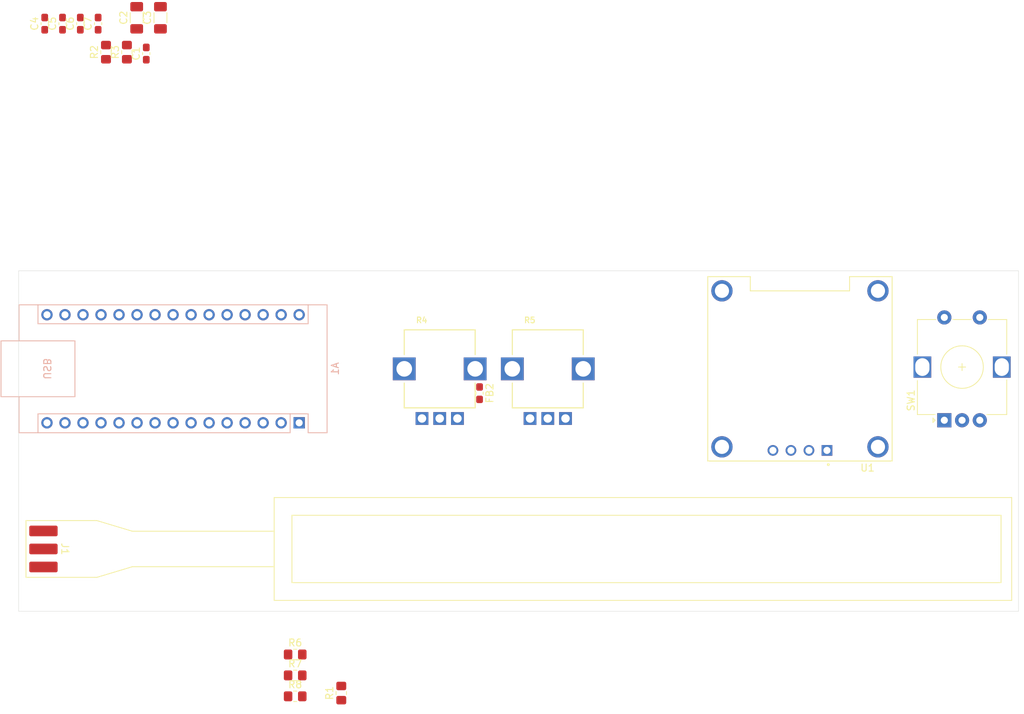
<source format=kicad_pcb>
(kicad_pcb (version 20241229) (generator "pcbnew") (generator_version "9.0")
  (layers (0 "F.Cu" signal) (2 "B.Cu" signal) (13 "F.Paste" user) (15 "B.Paste" user) (5 "F.SilkS" user "F.Silkscreen") (7 "B.SilkS" user "B.Silkscreen") (1 "F.Mask" user) (3 "B.Mask" user) (25 "Edge.Cuts" user))
  (net 0 "")
  (net 1 "/A1")
  (net 2 "/A6")
  (net 4 "/A5")
  (net 5 "GND")
  (net 6 "/11")
  (net 7 "+3.3V")
  (net 11 "/A2")
  (net 12 "/12")
  (net 13 "/7")
  (net 16 "/A3")
  (net 17 "/A0")
  (net 18 "/A4")
  (net 19 "/13")
  (net 20 "+5V")
  (net 21 "/A7")
  (net 22 "/6")
  (net 23 "/D4")
  (net 24 "/D9")
  (net 25 "/D3")
  (net 26 "/D5")
  (net 27 "/D10")
  (net 28 "/D8")
  (net 29 "AUDIO_OUT")
  (net 30 "Net-(U1-GND)")
  (net 31 "/CLK")
  (footprint "Resistor_SMD:R_0805_2012Metric_Pad1.20x1.40mm_HandSolder" (layer "F.Cu") (at 72.32 39.1625 90)
    (property "Reference" "R2" (at 0 -1.65 90) (layer "F.SilkS"))
    (property "Value" "499K")
    (fp_line (start -0.227064 -0.735) (end 0.227064 -0.735) (stroke (width 0.12)) (layer "F.SilkS"))
    (fp_line (start -0.227064 0.735) (end 0.227064 0.735) (stroke (width 0.12)) (layer "F.SilkS"))
    (pad "1" smd roundrect (at -1 0 90) (size 1.2 1.4) (layers "F.Cu" "F.Mask" "F.Paste") (roundrect_rratio 0.208333) (net 29 "AUDIO_OUT"))
    (pad "2" smd roundrect (at 1 0 90) (size 1.2 1.4) (layers "F.Cu" "F.Mask" "F.Paste") (roundrect_rratio 0.208333) (net 27 "/D10"))
  )
  (footprint "Resistor_SMD:R_0805_2012Metric_Pad1.20x1.40mm_HandSolder" (layer "F.Cu") (at 105.5 129.54 90)
    (property "Reference" "R1" (at 0 -1.65 90) (layer "F.SilkS"))
    (property "Value" "4.7k")
    (fp_line (start -0.227064 -0.735) (end 0.227064 -0.735) (stroke (width 0.12)) (layer "F.SilkS"))
    (fp_line (start -0.227064 0.735) (end 0.227064 0.735) (stroke (width 0.12)) (layer "F.SilkS"))
    (pad "1" smd roundrect (at -1 0 90) (size 1.2 1.4) (layers "F.Cu" "F.Mask" "F.Paste") (roundrect_rratio 0.208333) (net 1 "/A1"))
    (pad "2" smd roundrect (at 1 0 90) (size 1.2 1.4) (layers "F.Cu" "F.Mask" "F.Paste") (roundrect_rratio 0.208333) (net 26 "/D5"))
  )
  (footprint "FSLP:Pololu FSLP 100" (layer "F.Cu") (at 66.04 109.22 -90)
    (property "Reference" "J1" (at 0 -0.5 270) (layer "F.SilkS"))
    (property "Value" "FSLP")
    (fp_line (start -4 5) (end -4 -5) (stroke (width 0.12)) (layer "F.SilkS"))
    (fp_line (start 4 5) (end -4 5) (stroke (width 0.12)) (layer "F.SilkS"))
    (fp_line (start 4 5) (end 4 -5) (stroke (width 0.12)) (layer "F.SilkS"))
    (fp_line (start -4 -5) (end -2.5 -10) (stroke (width 0.12)) (layer "F.SilkS"))
    (fp_line (start 4 -5) (end 2.5 -10) (stroke (width 0.12)) (layer "F.SilkS"))
    (fp_line (start -2.5 -10) (end -2.5 -30) (stroke (width 0.12)) (layer "F.SilkS"))
    (fp_line (start -7.25 -30) (end -7.25 -134) (stroke (width 0.12)) (layer "F.SilkS"))
    (fp_line (start 2.5 -30) (end 2.5 -10) (stroke (width 0.12)) (layer "F.SilkS"))
    (fp_line (start 7.25 -30) (end -7.25 -30) (stroke (width 0.12)) (layer "F.SilkS"))
    (fp_line (start -4.75 -32.5) (end 4.75 -32.5) (stroke (width 0.12)) (layer "F.SilkS"))
    (fp_line (start -4.75 -32.5) (end -4.75 -132.5) (stroke (width 0.12)) (layer "F.SilkS"))
    (fp_line (start 4.75 -32.5) (end 4.75 -132.5) (stroke (width 0.12)) (layer "F.SilkS"))
    (fp_line (start 4.75 -132.5) (end -4.75 -132.5) (stroke (width 0.12)) (layer "F.SilkS"))
    (fp_line (start -7.25 -134) (end 7.25 -134) (stroke (width 0.12)) (layer "F.SilkS"))
    (fp_line (start 7.25 -134) (end 7.25 -30) (stroke (width 0.12)) (layer "F.SilkS"))
    (pad "1" smd roundrect (at 2.54 2.54 90) (size 1.5 4) (layers "F.Cu" "F.Mask" "F.Paste") (roundrect_rratio 0.15) (net 23 "/D4"))
    (pad "2" smd roundrect (at 0 2.54 90) (size 1.5 4) (layers "F.Cu" "F.Mask" "F.Paste") (roundrect_rratio 0.15) (net 1 "/A1"))
    (pad "3" smd roundrect (at -2.54 2.54 90) (size 1.5 4) (layers "F.Cu" "F.Mask" "F.Paste") (roundrect_rratio 0.15) (net 17 "/A0"))
  )
  (footprint "Capacitor_SMD:C_0603_1608Metric_Pad1.08x0.95mm_HandSolder" (layer "F.Cu") (at 66.19 35.1425 90)
    (property "Reference" "C5" (at 0 -1.43 90) (layer "F.SilkS"))
    (property "Value" "10n")
    (fp_line (start -0.146267 -0.51) (end 0.146267 -0.51) (stroke (width 0.12)) (layer "F.SilkS"))
    (fp_line (start -0.146267 0.51) (end 0.146267 0.51) (stroke (width 0.12)) (layer "F.SilkS"))
    (pad "1" smd roundrect (at -0.8625 0 90) (size 1.075 0.95) (layers "F.Cu" "F.Mask" "F.Paste") (net 7 "+3.3V"))
    (pad "2" smd roundrect (at 0.8625 0 90) (size 1.075 0.95) (layers "F.Cu" "F.Mask" "F.Paste") (net 5 "GND"))
  )
  (footprint "Capacitor_SMD:C_0603_1608Metric_Pad1.08x0.95mm_HandSolder" (layer "F.Cu") (at 68.7 35.1425 90)
    (property "Reference" "C6" (at 0 -1.43 90) (layer "F.SilkS"))
    (property "Value" "100n")
    (fp_line (start -0.146267 -0.51) (end 0.146267 -0.51) (stroke (width 0.12)) (layer "F.SilkS"))
    (fp_line (start -0.146267 0.51) (end 0.146267 0.51) (stroke (width 0.12)) (layer "F.SilkS"))
    (pad "1" smd roundrect (at -0.8625 0 90) (size 1.075 0.95) (layers "F.Cu" "F.Mask" "F.Paste") (net 20 "+5V"))
    (pad "2" smd roundrect (at 0.8625 0 90) (size 1.075 0.95) (layers "F.Cu" "F.Mask" "F.Paste") (net 5 "GND"))
  )
  (footprint "Rotary_Encoder:RotaryEncoder_Alps_EC12E-Switch_Vertical_H20mm" (layer "F.Cu") (at 190.54 91.07 90)
    (property "Reference" "SW1" (at 2.8 -4.7 90) (layer "F.SilkS"))
    (property "Value" "RECSW")
    (fp_line (start 14.2 -3.8) (end 14.2 -1.2) (stroke (width 0.12)) (layer "F.SilkS"))
    (fp_line (start 9.3 -3.8) (end 14.2 -3.8) (stroke (width 0.12)) (layer "F.SilkS"))
    (fp_line (start 5.6 -3.8) (end 0.8 -3.8) (stroke (width 0.12)) (layer "F.SilkS"))
    (fp_line (start 0.8 -3.8) (end 0.8 -1.3) (stroke (width 0.12)) (layer "F.SilkS"))
    (fp_line (start 0.3 -1.6) (end 0 -1.3) (stroke (width 0.12)) (layer "F.SilkS"))
    (fp_line (start -0.3 -1.6) (end 0.3 -1.6) (stroke (width 0.12)) (layer "F.SilkS"))
    (fp_line (start 0 -1.3) (end -0.3 -1.6) (stroke (width 0.12)) (layer "F.SilkS"))
    (fp_line (start 14.2 1.2) (end 14.2 3.8) (stroke (width 0.12)) (layer "F.SilkS"))
    (fp_line (start 7.5 2) (end 7.5 3) (stroke (width 0.12)) (layer "F.SilkS"))
    (fp_line (start 7 2.5) (end 8 2.5) (stroke (width 0.12)) (layer "F.SilkS"))
    (fp_line (start 14.2 6.2) (end 14.2 8.8) (stroke (width 0.12)) (layer "F.SilkS"))
    (fp_line (start 14.2 8.8) (end 9.3 8.8) (stroke (width 0.12)) (layer "F.SilkS"))
    (fp_line (start 5.7 8.8) (end 0.8 8.8) (stroke (width 0.12)) (layer "F.SilkS"))
    (fp_line (start 0.8 8.8) (end 0.8 6) (stroke (width 0.12)) (layer "F.SilkS"))
    (fp_circle (center 7.5 2.5) (end 10.5 2.5) (stroke (width 0.12)) (fill no) (layer "F.SilkS"))
    (pad "A" thru_hole rect (at 0 0 90) (size 2 2) (drill 1) (layers "*.Cu" "*.Mask") (net 31 "/CLK"))
    (pad "B" thru_hole circle (at 0 5 90) (size 2 2) (drill 1) (layers "*.Cu" "*.Mask") (net 25 "/D3"))
    (pad "C" thru_hole circle (at 0 2.5 90) (size 2 2) (drill 1) (layers "*.Cu" "*.Mask") (net 5 "GND"))
    (pad "MP" thru_hole rect (at 7.5 -3.1 90) (size 3 2.5) (drill oval 2.5 2) (layers "*.Cu" "*.Mask"))
    (pad "MP" thru_hole rect (at 7.5 8.1 90) (size 3 2.5) (drill oval 2.5 2) (layers "*.Cu" "*.Mask"))
    (pad "S1" thru_hole circle (at 14.5 0 90) (size 2 2) (drill 1) (layers "*.Cu" "*.Mask") (net 28 "/D8"))
    (pad "S2" thru_hole circle (at 14.5 5 90) (size 2 2) (drill 1) (layers "*.Cu" "*.Mask") (net 5 "GND"))
  )
  (footprint "Capacitor_SMD:C_1206_3216Metric_Pad1.33x1.80mm_HandSolder" (layer "F.Cu") (at 80 34.3125 90)
    (property "Reference" "C3" (at 0 -1.85 90) (layer "F.SilkS"))
    (property "Value" "100u")
    (fp_line (start -0.711252 -0.91) (end 0.711252 -0.91) (stroke (width 0.12)) (layer "F.SilkS"))
    (fp_line (start -0.711252 0.91) (end 0.711252 0.91) (stroke (width 0.12)) (layer "F.SilkS"))
    (pad "1" smd roundrect (at -1.5625 0 90) (size 1.325 1.8) (layers "F.Cu" "F.Mask" "F.Paste") (roundrect_rratio 0.188679) (net 20 "+5V"))
    (pad "2" smd roundrect (at 1.5625 0 90) (size 1.325 1.8) (layers "F.Cu" "F.Mask" "F.Paste") (roundrect_rratio 0.188679) (net 5 "GND"))
  )
  (footprint "Capacitor_SMD:C_0603_1608Metric_Pad1.08x0.95mm_HandSolder" (layer "F.Cu") (at 63.68 35.1425 90)
    (property "Reference" "C4" (at 0 -1.43 90) (layer "F.SilkS"))
    (property "Value" "100n")
    (fp_line (start -0.146267 -0.51) (end 0.146267 -0.51) (stroke (width 0.12)) (layer "F.SilkS"))
    (fp_line (start -0.146267 0.51) (end 0.146267 0.51) (stroke (width 0.12)) (layer "F.SilkS"))
    (pad "1" smd roundrect (at -0.8625 0 90) (size 1.075 0.95) (layers "F.Cu" "F.Mask" "F.Paste") (net 7 "+3.3V"))
    (pad "2" smd roundrect (at 0.8625 0 90) (size 1.075 0.95) (layers "F.Cu" "F.Mask" "F.Paste") (net 5 "GND"))
  )
  (footprint "Resistor_SMD:R_0805_2012Metric_Pad1.20x1.40mm_HandSolder" (layer "F.Cu") (at 99 124.1)
    (property "Reference" "R6" (at 0 -1.65 0) (layer "F.SilkS"))
    (property "Value" "10k")
    (fp_line (start -0.227064 -0.735) (end 0.227064 -0.735) (stroke (width 0.12)) (layer "F.SilkS"))
    (fp_line (start -0.227064 0.735) (end 0.227064 0.735) (stroke (width 0.12)) (layer "F.SilkS"))
    (pad "1" smd roundrect (at -1 0) (size 1.2 1.4) (layers "F.Cu" "F.Mask" "F.Paste") (roundrect_rratio 0.208333) (net 31 "/CLK"))
    (pad "2" smd roundrect (at 1 0) (size 1.2 1.4) (layers "F.Cu" "F.Mask" "F.Paste") (roundrect_rratio 0.208333) (net 20 "+5V"))
  )
  (footprint "PTV09A:PTV09A-4025F-B103" (layer "F.Cu") (at 134.62 83.82)
    (property "Reference" "R5" (at -2.54 -6.858 0) (layer "F.SilkS") (effects (font (size 0.8 0.8))))
    (property "Value" "VibratoFrequency")
    (fp_line (start -5 -5.5) (end -5 -2) (stroke (width 0.1524)) (layer "F.SilkS"))
    (fp_line (start -5 -5.5) (end 5 -5.5) (stroke (width 0.1524)) (layer "F.SilkS"))
    (fp_line (start -5 2) (end -5 5.5) (stroke (width 0.1524)) (layer "F.SilkS"))
    (fp_line (start -5 5.5) (end 5 5.5) (stroke (width 0.1524)) (layer "F.SilkS"))
    (fp_line (start 5 -5.5) (end 5 -2) (stroke (width 0.1524)) (layer "F.SilkS"))
    (fp_line (start 5 5.5) (end 5 2) (stroke (width 0.1524)) (layer "F.SilkS"))
    (pad "1" thru_hole rect (at -2.5 7) (size 1.8 1.8) (drill 1.2) (layers "*.Cu" "*.Mask") (net 5 "GND"))
    (pad "2" thru_hole rect (at 0 7) (size 1.8 1.8) (drill 1.2) (layers "*.Cu" "*.Mask") (net 16 "/A3"))
    (pad "3" thru_hole rect (at 2.5 7) (size 1.8 1.8) (drill 1.2) (layers "*.Cu" "*.Mask") (net 20 "+5V"))
    (pad "S1" thru_hole rect (at -5 0) (size 3.216 3.216) (drill 2.2) (layers "*.Cu" "*.Mask"))
    (pad "S2" thru_hole rect (at 5 0) (size 3.216 3.216) (drill 2.2) (layers "*.Cu" "*.Mask"))
  )
  (footprint "Resistor_SMD:R_0805_2012Metric_Pad1.20x1.40mm_HandSolder" (layer "F.Cu") (at 75.27 39.1625 90)
    (property "Reference" "R3" (at 0 -1.65 90) (layer "F.SilkS"))
    (property "Value" "3.9K")
    (fp_line (start -0.227064 -0.735) (end 0.227064 -0.735) (stroke (width 0.12)) (layer "F.SilkS"))
    (fp_line (start -0.227064 0.735) (end 0.227064 0.735) (stroke (width 0.12)) (layer "F.SilkS"))
    (pad "1" smd roundrect (at -1 0 90) (size 1.2 1.4) (layers "F.Cu" "F.Mask" "F.Paste") (roundrect_rratio 0.208333) (net 5 "GND"))
    (pad "2" smd roundrect (at 1 0 90) (size 1.2 1.4) (layers "F.Cu" "F.Mask" "F.Paste") (roundrect_rratio 0.208333) (net 24 "/D9"))
  )
  (footprint "OLED:MODULE_DM-OLED096-636" (layer "F.Cu") (at 170.18 83.82 180)
    (property "Reference" "U1" (at -9.525 -13.97 0) (layer "F.SilkS"))
    (property "Value" "DM-OLED096-636")
    (fp_line (start 13 13) (end 7 13) (stroke (width 0.127)) (layer "F.SilkS"))
    (fp_line (start 13 -13) (end 13 13) (stroke (width 0.127)) (layer "F.SilkS"))
    (fp_line (start 7 13) (end 7 11) (stroke (width 0.127)) (layer "F.SilkS"))
    (fp_line (start 7 11) (end -7 11) (stroke (width 0.127)) (layer "F.SilkS"))
    (fp_line (start -7 13) (end -13 13) (stroke (width 0.127)) (layer "F.SilkS"))
    (fp_line (start -7 11) (end -7 13) (stroke (width 0.127)) (layer "F.SilkS"))
    (fp_line (start -13 13) (end -13 -13) (stroke (width 0.127)) (layer "F.SilkS"))
    (fp_line (start -13 -13) (end 13 -13) (stroke (width 0.127)) (layer "F.SilkS"))
    (fp_circle (center -4 -13.5) (end -3.9 -13.5) (stroke (width 0.2)) (fill no) (layer "F.SilkS"))
    (pad "1" thru_hole rect (at -3.81 -11.5 180) (size 1.508 1.508) (drill 1) (layers "*.Cu" "*.Mask") (net 30 "Net-(U1-GND)"))
    (pad "2" thru_hole circle (at -1.27 -11.5 180) (size 1.508 1.508) (drill 1) (layers "*.Cu" "*.Mask") (net 7 "+3.3V"))
    (pad "3" thru_hole circle (at 1.27 -11.5 180) (size 1.508 1.508) (drill 1) (layers "*.Cu" "*.Mask") (net 4 "/A5"))
    (pad "4" thru_hole circle (at 3.81 -11.5 180) (size 1.508 1.508) (drill 1) (layers "*.Cu" "*.Mask") (net 18 "/A4"))
    (pad "S1" thru_hole circle (at -11 -11 180) (size 3 3) (drill 2) (layers "*.Cu" "*.Mask"))
    (pad "S2" thru_hole circle (at 11 -11 180) (size 3 3) (drill 2) (layers "*.Cu" "*.Mask"))
    (pad "S3" thru_hole circle (at 11 11 180) (size 3 3) (drill 2) (layers "*.Cu" "*.Mask"))
    (pad "S4" thru_hole circle (at -11 11 180) (size 3 3) (drill 2) (layers "*.Cu" "*.Mask"))
  )
  (footprint "Capacitor_SMD:C_0603_1608Metric_Pad1.08x0.95mm_HandSolder" (layer "F.Cu") (at 71.21 35.1425 90)
    (property "Reference" "C7" (at 0 -1.43 90) (layer "F.SilkS"))
    (property "Value" "10n")
    (fp_line (start -0.146267 -0.51) (end 0.146267 -0.51) (stroke (width 0.12)) (layer "F.SilkS"))
    (fp_line (start -0.146267 0.51) (end 0.146267 0.51) (stroke (width 0.12)) (layer "F.SilkS"))
    (pad "1" smd roundrect (at -0.8625 0 90) (size 1.075 0.95) (layers "F.Cu" "F.Mask" "F.Paste") (net 20 "+5V"))
    (pad "2" smd roundrect (at 0.8625 0 90) (size 1.075 0.95) (layers "F.Cu" "F.Mask" "F.Paste") (net 5 "GND"))
  )
  (footprint "Resistor_SMD:R_0805_2012Metric_Pad1.20x1.40mm_HandSolder" (layer "F.Cu") (at 99 130)
    (property "Reference" "R8" (at 0 -1.65 0) (layer "F.SilkS"))
    (property "Value" "10k")
    (fp_line (start -0.227064 -0.735) (end 0.227064 -0.735) (stroke (width 0.12)) (layer "F.SilkS"))
    (fp_line (start -0.227064 0.735) (end 0.227064 0.735) (stroke (width 0.12)) (layer "F.SilkS"))
    (pad "1" smd roundrect (at -1 0) (size 1.2 1.4) (layers "F.Cu" "F.Mask" "F.Paste") (roundrect_rratio 0.208333) (net 28 "/D8"))
    (pad "2" smd roundrect (at 1 0) (size 1.2 1.4) (layers "F.Cu" "F.Mask" "F.Paste") (roundrect_rratio 0.208333) (net 20 "+5V"))
  )
  (footprint "Resistor_SMD:R_0805_2012Metric_Pad1.20x1.40mm_HandSolder" (layer "F.Cu") (at 99 127.05)
    (property "Reference" "R7" (at 0 -1.65 0) (layer "F.SilkS"))
    (property "Value" "10k")
    (fp_line (start -0.227064 -0.735) (end 0.227064 -0.735) (stroke (width 0.12)) (layer "F.SilkS"))
    (fp_line (start -0.227064 0.735) (end 0.227064 0.735) (stroke (width 0.12)) (layer "F.SilkS"))
    (pad "1" smd roundrect (at -1 0) (size 1.2 1.4) (layers "F.Cu" "F.Mask" "F.Paste") (roundrect_rratio 0.208333) (net 25 "/D3"))
    (pad "2" smd roundrect (at 1 0) (size 1.2 1.4) (layers "F.Cu" "F.Mask" "F.Paste") (roundrect_rratio 0.208333) (net 20 "+5V"))
  )
  (footprint "Capacitor_SMD:C_1206_3216Metric_Pad1.33x1.80mm_HandSolder" (layer "F.Cu") (at 76.65 34.3125 90)
    (property "Reference" "C2" (at 0 -1.85 90) (layer "F.SilkS"))
    (property "Value" "100u")
    (fp_line (start -0.711252 -0.91) (end 0.711252 -0.91) (stroke (width 0.12)) (layer "F.SilkS"))
    (fp_line (start -0.711252 0.91) (end 0.711252 0.91) (stroke (width 0.12)) (layer "F.SilkS"))
    (pad "1" smd roundrect (at -1.5625 0 90) (size 1.325 1.8) (layers "F.Cu" "F.Mask" "F.Paste") (roundrect_rratio 0.188679) (net 7 "+3.3V"))
    (pad "2" smd roundrect (at 1.5625 0 90) (size 1.325 1.8) (layers "F.Cu" "F.Mask" "F.Paste") (roundrect_rratio 0.188679) (net 5 "GND"))
  )
  (footprint "Inductor_SMD:L_0603_1608Metric_Pad1.05x0.95mm_HandSolder" (layer "F.Cu") (at 125 87.25 -90)
    (property "Reference" "FB2" (at 0 -1.43 90) (layer "F.SilkS"))
    (property "Value" "FerriteBead")
    (fp_line (start -0.171267 0.51) (end 0.171267 0.51) (stroke (width 0.12)) (layer "F.SilkS"))
    (fp_line (start -0.171267 -0.51) (end 0.171267 -0.51) (stroke (width 0.12)) (layer "F.SilkS"))
    (pad "1" smd roundrect (at -0.875 0 270) (size 1.05 0.95) (layers "F.Cu" "F.Mask" "F.Paste") (net 30 "Net-(U1-GND)"))
    (pad "2" smd roundrect (at 0.875 0 270) (size 1.05 0.95) (layers "F.Cu" "F.Mask" "F.Paste") (net 5 "GND"))
  )
  (footprint "PTV09A:PTV09A-4025F-B103" (layer "F.Cu") (at 119.38 83.82)
    (property "Reference" "R4" (at -2.54 -6.858 0) (layer "F.SilkS") (effects (font (size 0.8 0.8))))
    (property "Value" "VibratoIntensity")
    (fp_line (start -5 -5.5) (end -5 -2) (stroke (width 0.1524)) (layer "F.SilkS"))
    (fp_line (start -5 -5.5) (end 5 -5.5) (stroke (width 0.1524)) (layer "F.SilkS"))
    (fp_line (start -5 2) (end -5 5.5) (stroke (width 0.1524)) (layer "F.SilkS"))
    (fp_line (start -5 5.5) (end 5 5.5) (stroke (width 0.1524)) (layer "F.SilkS"))
    (fp_line (start 5 -5.5) (end 5 -2) (stroke (width 0.1524)) (layer "F.SilkS"))
    (fp_line (start 5 5.5) (end 5 2) (stroke (width 0.1524)) (layer "F.SilkS"))
    (pad "1" thru_hole rect (at -2.5 7) (size 1.8 1.8) (drill 1.2) (layers "*.Cu" "*.Mask") (net 5 "GND"))
    (pad "2" thru_hole rect (at 0 7) (size 1.8 1.8) (drill 1.2) (layers "*.Cu" "*.Mask") (net 11 "/A2"))
    (pad "3" thru_hole rect (at 2.5 7) (size 1.8 1.8) (drill 1.2) (layers "*.Cu" "*.Mask") (net 20 "+5V"))
    (pad "S1" thru_hole rect (at -5 0) (size 3.216 3.216) (drill 2.2) (layers "*.Cu" "*.Mask"))
    (pad "S2" thru_hole rect (at 5 0) (size 3.216 3.216) (drill 2.2) (layers "*.Cu" "*.Mask"))
  )
  (footprint "Capacitor_SMD:C_0603_1608Metric_Pad1.08x0.95mm_HandSolder" (layer "F.Cu") (at 78 39.3625 90)
    (property "Reference" "C1" (at 0 -1.43 90) (layer "F.SilkS"))
    (property "Value" "4.7n")
    (fp_line (start -0.146267 -0.51) (end 0.146267 -0.51) (stroke (width 0.12)) (layer "F.SilkS"))
    (fp_line (start -0.146267 0.51) (end 0.146267 0.51) (stroke (width 0.12)) (layer "F.SilkS"))
    (pad "1" smd roundrect (at -0.8625 0 90) (size 1.075 0.95) (layers "F.Cu" "F.Mask" "F.Paste") (net 29 "AUDIO_OUT"))
    (pad "2" smd roundrect (at 0.8625 0 90) (size 1.075 0.95) (layers "F.Cu" "F.Mask" "F.Paste") (net 5 "GND"))
  )
  (footprint "Module:Arduino_Nano" (layer "B.Cu") (at 99.56 91.43 90)
    (property "Reference" "A1" (at 7.62 5.08 90) (layer "B.SilkS") (effects (justify mirror)))
    (property "Value" "Arduino_Nano_v3.x")
    (fp_line (start 11.56 -42.04) (end 3.68 -42.04) (stroke (width 0.12)) (layer "B.SilkS"))
    (fp_line (start 3.68 -42.04) (end 3.68 -31.62) (stroke (width 0.12)) (layer "B.SilkS"))
    (fp_line (start 16.64 -39.5) (end 11.56 -39.5) (stroke (width 0.12)) (layer "B.SilkS"))
    (fp_line (start 16.64 -39.5) (end 16.64 3.94) (stroke (width 0.12)) (layer "B.SilkS"))
    (fp_line (start -1.4 -39.5) (end 3.68 -39.5) (stroke (width 0.12)) (layer "B.SilkS"))
    (fp_line (start 13.97 -36.83) (end 16.64 -36.83) (stroke (width 0.12)) (layer "B.SilkS"))
    (fp_line (start 1.27 -36.83) (end -1.4 -36.83) (stroke (width 0.12)) (layer "B.SilkS"))
    (fp_line (start 11.56 -31.62) (end 11.56 -42.04) (stroke (width 0.12)) (layer "B.SilkS"))
    (fp_line (start 3.68 -31.62) (end 11.56 -31.62) (stroke (width 0.12)) (layer "B.SilkS"))
    (fp_line (start 1.27 -1.27) (end 1.27 -36.83) (stroke (width 0.12)) (layer "B.SilkS"))
    (fp_line (start 1.27 -1.27) (end -1.4 -1.27) (stroke (width 0.12)) (layer "B.SilkS"))
    (fp_line (start 1.27 -1.27) (end 1.27 1.27) (stroke (width 0.12)) (layer "B.SilkS"))
    (fp_line (start -1.4 -1.27) (end -1.4 -39.5) (stroke (width 0.12)) (layer "B.SilkS"))
    (fp_line (start 13.97 1.27) (end 13.97 -36.83) (stroke (width 0.12)) (layer "B.SilkS"))
    (fp_line (start 13.97 1.27) (end 16.64 1.27) (stroke (width 0.12)) (layer "B.SilkS"))
    (fp_line (start 1.27 1.27) (end -1.4 1.27) (stroke (width 0.12)) (layer "B.SilkS"))
    (fp_line (start 16.64 3.94) (end -1.4 3.94) (stroke (width 0.12)) (layer "B.SilkS"))
    (fp_line (start -1.4 3.94) (end -1.4 1.27) (stroke (width 0.12)) (layer "B.SilkS"))
    (fp_text user "USB" (at 7.62 -35.56 -90) (layer "B.SilkS") (effects (justify mirror)))
    (pad "1" thru_hole rect (at 0 0 90) (size 1.6 1.6) (drill 1) (layers "*.Cu" "*.Mask"))
    (pad "2" thru_hole oval (at 0 -2.54 90) (size 1.6 1.6) (drill 1) (layers "*.Cu" "*.Mask"))
    (pad "3" thru_hole oval (at 0 -5.08 90) (size 1.6 1.6) (drill 1) (layers "*.Cu" "*.Mask"))
    (pad "4" thru_hole oval (at 0 -7.62 90) (size 1.6 1.6) (drill 1) (layers "*.Cu" "*.Mask") (net 5 "GND"))
    (pad "5" thru_hole oval (at 0 -10.16 90) (size 1.6 1.6) (drill 1) (layers "*.Cu" "*.Mask") (net 31 "/CLK"))
    (pad "6" thru_hole oval (at 0 -12.7 90) (size 1.6 1.6) (drill 1) (layers "*.Cu" "*.Mask") (net 25 "/D3"))
    (pad "7" thru_hole oval (at 0 -15.24 90) (size 1.6 1.6) (drill 1) (layers "*.Cu" "*.Mask") (net 23 "/D4"))
    (pad "8" thru_hole oval (at 0 -17.78 90) (size 1.6 1.6) (drill 1) (layers "*.Cu" "*.Mask") (net 26 "/D5"))
    (pad "9" thru_hole oval (at 0 -20.32 90) (size 1.6 1.6) (drill 1) (layers "*.Cu" "*.Mask") (net 22 "/6"))
    (pad "10" thru_hole oval (at 0 -22.86 90) (size 1.6 1.6) (drill 1) (layers "*.Cu" "*.Mask") (net 13 "/7"))
    (pad "11" thru_hole oval (at 0 -25.4 90) (size 1.6 1.6) (drill 1) (layers "*.Cu" "*.Mask") (net 28 "/D8"))
    (pad "12" thru_hole oval (at 0 -27.94 90) (size 1.6 1.6) (drill 1) (layers "*.Cu" "*.Mask") (net 24 "/D9"))
    (pad "13" thru_hole oval (at 0 -30.48 90) (size 1.6 1.6) (drill 1) (layers "*.Cu" "*.Mask") (net 27 "/D10"))
    (pad "14" thru_hole oval (at 0 -33.02 90) (size 1.6 1.6) (drill 1) (layers "*.Cu" "*.Mask") (net 6 "/11"))
    (pad "15" thru_hole oval (at 0 -35.56 90) (size 1.6 1.6) (drill 1) (layers "*.Cu" "*.Mask") (net 12 "/12"))
    (pad "16" thru_hole oval (at 15.24 -35.56 90) (size 1.6 1.6) (drill 1) (layers "*.Cu" "*.Mask") (net 19 "/13"))
    (pad "17" thru_hole oval (at 15.24 -33.02 90) (size 1.6 1.6) (drill 1) (layers "*.Cu" "*.Mask") (net 7 "+3.3V"))
    (pad "18" thru_hole oval (at 15.24 -30.48 90) (size 1.6 1.6) (drill 1) (layers "*.Cu" "*.Mask"))
    (pad "19" thru_hole oval (at 15.24 -27.94 90) (size 1.6 1.6) (drill 1) (layers "*.Cu" "*.Mask") (net 17 "/A0"))
    (pad "20" thru_hole oval (at 15.24 -25.4 90) (size 1.6 1.6) (drill 1) (layers "*.Cu" "*.Mask") (net 1 "/A1"))
    (pad "21" thru_hole oval (at 15.24 -22.86 90) (size 1.6 1.6) (drill 1) (layers "*.Cu" "*.Mask") (net 11 "/A2"))
    (pad "22" thru_hole oval (at 15.24 -20.32 90) (size 1.6 1.6) (drill 1) (layers "*.Cu" "*.Mask") (net 16 "/A3"))
    (pad "23" thru_hole oval (at 15.24 -17.78 90) (size 1.6 1.6) (drill 1) (layers "*.Cu" "*.Mask") (net 18 "/A4"))
    (pad "24" thru_hole oval (at 15.24 -15.24 90) (size 1.6 1.6) (drill 1) (layers "*.Cu" "*.Mask") (net 4 "/A5"))
    (pad "25" thru_hole oval (at 15.24 -12.7 90) (size 1.6 1.6) (drill 1) (layers "*.Cu" "*.Mask") (net 2 "/A6"))
    (pad "26" thru_hole oval (at 15.24 -10.16 90) (size 1.6 1.6) (drill 1) (layers "*.Cu" "*.Mask") (net 21 "/A7"))
    (pad "27" thru_hole oval (at 15.24 -7.62 90) (size 1.6 1.6) (drill 1) (layers "*.Cu" "*.Mask") (net 20 "+5V"))
    (pad "28" thru_hole oval (at 15.24 -5.08 90) (size 1.6 1.6) (drill 1) (layers "*.Cu" "*.Mask"))
    (pad "29" thru_hole oval (at 15.24 -2.54 90) (size 1.6 1.6) (drill 1) (layers "*.Cu" "*.Mask") (net 5 "GND"))
    (pad "30" thru_hole oval (at 15.24 0 90) (size 1.6 1.6) (drill 1) (layers "*.Cu" "*.Mask"))
  )
  (gr_line (start 60 70) (end 201 70) (stroke (width 0.05)) (layer "Edge.Cuts"))
  (gr_line (start 201 70) (end 201 118) (stroke (width 0.05)) (layer "Edge.Cuts"))
  (gr_line (start 201 118) (end 60 118) (stroke (width 0.05)) (layer "Edge.Cuts"))
  (gr_line (start 60 118) (end 60 70) (stroke (width 0.05)) (layer "Edge.Cuts"))
)
</source>
